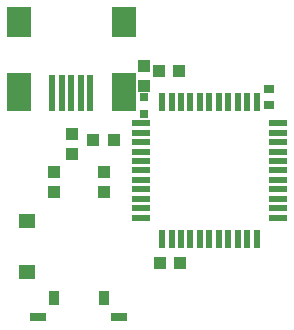
<source format=gbr>
G04 EAGLE Gerber X2 export*
%TF.Part,Single*%
%TF.FileFunction,Paste,Top*%
%TF.FilePolarity,Positive*%
%TF.GenerationSoftware,Autodesk,EAGLE,9.0.0*%
%TF.CreationDate,2018-04-29T07:43:32Z*%
G75*
%MOMM*%
%FSLAX34Y34*%
%LPD*%
%AMOC8*
5,1,8,0,0,1.08239X$1,22.5*%
G01*
%ADD10R,1.000000X1.100000*%
%ADD11R,1.100000X1.000000*%
%ADD12R,1.470000X1.270000*%
%ADD13R,0.800000X0.800000*%
%ADD14R,1.500000X0.500000*%
%ADD15R,0.500000X1.500000*%
%ADD16R,2.000000X2.500000*%
%ADD17R,2.000000X3.300000*%
%ADD18R,0.500000X3.100000*%
%ADD19R,1.450000X0.800000*%
%ADD20R,0.900000X1.270000*%
%ADD21R,0.900000X0.700000*%


D10*
X52832Y138040D03*
X52832Y121040D03*
X95250Y121548D03*
X95250Y138548D03*
D11*
X141360Y223520D03*
X158360Y223520D03*
D12*
X29718Y53938D03*
X29718Y96938D03*
D13*
X128778Y187064D03*
X128778Y202064D03*
D10*
X159630Y61468D03*
X142630Y61468D03*
D11*
X128778Y211464D03*
X128778Y228464D03*
X67818Y170806D03*
X67818Y153806D03*
D10*
X85988Y165100D03*
X102988Y165100D03*
D14*
X126150Y179700D03*
X126150Y171700D03*
X126150Y163700D03*
X126150Y155700D03*
X126150Y147700D03*
X126150Y139700D03*
X126150Y131700D03*
X126150Y123700D03*
X126150Y115700D03*
X126150Y107700D03*
X126150Y99700D03*
D15*
X144150Y81700D03*
X152150Y81700D03*
X160150Y81700D03*
X168150Y81700D03*
X176150Y81700D03*
X184150Y81700D03*
X192150Y81700D03*
X200150Y81700D03*
X208150Y81700D03*
X216150Y81700D03*
X224150Y81700D03*
D14*
X242150Y99700D03*
X242150Y107700D03*
X242150Y115700D03*
X242150Y123700D03*
X242150Y131700D03*
X242150Y139700D03*
X242150Y147700D03*
X242150Y155700D03*
X242150Y163700D03*
X242150Y171700D03*
X242150Y179700D03*
D15*
X224150Y197700D03*
X216150Y197700D03*
X208150Y197700D03*
X200150Y197700D03*
X192150Y197700D03*
X184150Y197700D03*
X176150Y197700D03*
X168150Y197700D03*
X160150Y197700D03*
X152150Y197700D03*
X144150Y197700D03*
D16*
X22810Y264950D03*
X111810Y264950D03*
D17*
X22810Y205950D03*
X111810Y205950D03*
D18*
X83310Y204950D03*
X75310Y204950D03*
X67310Y204950D03*
X59310Y204950D03*
X51310Y204950D03*
D19*
X39410Y15240D03*
X107910Y15240D03*
D20*
X52660Y31590D03*
X94660Y31590D03*
D21*
X234950Y208430D03*
X234950Y195430D03*
M02*

</source>
